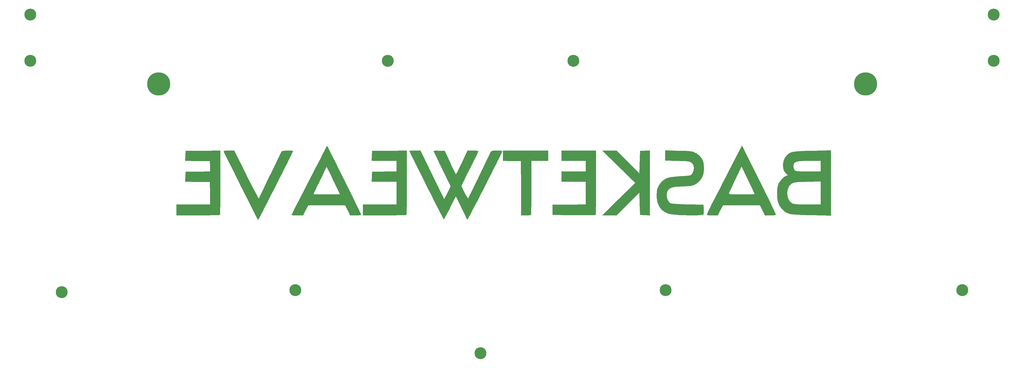
<source format=gbr>
%TF.GenerationSoftware,KiCad,Pcbnew,5.1.7-a382d34a8~88~ubuntu20.04.1*%
%TF.CreationDate,2021-03-29T21:26:23+02:00*%
%TF.ProjectId,basketweave_bottom,6261736b-6574-4776-9561-76655f626f74,rev?*%
%TF.SameCoordinates,Original*%
%TF.FileFunction,Soldermask,Bot*%
%TF.FilePolarity,Negative*%
%FSLAX46Y46*%
G04 Gerber Fmt 4.6, Leading zero omitted, Abs format (unit mm)*
G04 Created by KiCad (PCBNEW 5.1.7-a382d34a8~88~ubuntu20.04.1) date 2021-03-29 21:26:23*
%MOMM*%
%LPD*%
G01*
G04 APERTURE LIST*
%ADD10C,0.010000*%
%ADD11C,4.502000*%
%ADD12C,8.702000*%
G04 APERTURE END LIST*
D10*
G36*
X201819366Y-128344679D02*
G01*
X201170713Y-128453553D01*
X200839723Y-128617023D01*
X200838280Y-128619250D01*
X200686140Y-128913330D01*
X200340031Y-129613146D01*
X199825412Y-130666268D01*
X199167745Y-132020267D01*
X198392488Y-133622713D01*
X197525101Y-135421178D01*
X196591045Y-137363231D01*
X196490423Y-137572750D01*
X195552529Y-139520793D01*
X194679101Y-141325091D01*
X193895407Y-142934189D01*
X193226714Y-144296632D01*
X192698290Y-145360966D01*
X192335400Y-146075736D01*
X192163314Y-146389488D01*
X192156905Y-146397528D01*
X191978024Y-146262393D01*
X191635860Y-145751521D01*
X191182251Y-144949379D01*
X190747380Y-144100824D01*
X189524467Y-141615342D01*
X192726859Y-135214499D01*
X193556366Y-133547744D01*
X194306030Y-132024594D01*
X194946880Y-130705273D01*
X195449945Y-129650003D01*
X195786253Y-128919006D01*
X195926834Y-128572506D01*
X195929250Y-128557703D01*
X195691333Y-128429029D01*
X195040433Y-128339832D01*
X194070832Y-128302221D01*
X193936694Y-128301750D01*
X191944137Y-128301750D01*
X189824863Y-132876718D01*
X189170531Y-134260171D01*
X188578864Y-135456302D01*
X188084645Y-136399203D01*
X187722657Y-137022966D01*
X187527682Y-137261682D01*
X187512536Y-137258218D01*
X187349301Y-136976013D01*
X187011612Y-136307697D01*
X186536315Y-135329128D01*
X185960256Y-134116167D01*
X185321243Y-132746750D01*
X183323002Y-128428750D01*
X181244126Y-128354977D01*
X180289003Y-128336858D01*
X179565264Y-128353165D01*
X179191548Y-128400107D01*
X179165250Y-128421406D01*
X179272262Y-128676885D01*
X179574753Y-129330333D01*
X180044904Y-130323429D01*
X180654899Y-131597850D01*
X181376919Y-133095274D01*
X182183147Y-134757377D01*
X182388911Y-135180118D01*
X185612572Y-141798629D01*
X184381935Y-144257689D01*
X183151298Y-146716750D01*
X178631446Y-137509250D01*
X174111593Y-128301750D01*
X172066422Y-128301750D01*
X171119354Y-128316205D01*
X170404988Y-128354636D01*
X170043148Y-128409642D01*
X170021250Y-128428087D01*
X170131421Y-128687018D01*
X170445405Y-129346856D01*
X170938412Y-130358282D01*
X171585652Y-131671974D01*
X172362335Y-133238612D01*
X173243671Y-135008876D01*
X174204869Y-136933446D01*
X175221140Y-138963001D01*
X176267692Y-141048220D01*
X177319736Y-143139783D01*
X178352481Y-145188370D01*
X179341137Y-147144660D01*
X180260915Y-148959333D01*
X181087023Y-150583068D01*
X181794671Y-151966544D01*
X182359069Y-153060442D01*
X182755428Y-153815441D01*
X182958956Y-154182221D01*
X182980050Y-154209750D01*
X183129475Y-153993385D01*
X183465479Y-153391070D01*
X183950991Y-152472976D01*
X184548940Y-151309272D01*
X185222256Y-149970128D01*
X185261250Y-149891750D01*
X185937572Y-148545125D01*
X186540500Y-147370256D01*
X187032993Y-146437251D01*
X187378006Y-145816217D01*
X187538495Y-145577264D01*
X187541280Y-145576601D01*
X187686107Y-145795985D01*
X188008623Y-146404331D01*
X188472771Y-147329759D01*
X189042491Y-148500387D01*
X189675498Y-149831101D01*
X190317987Y-151187906D01*
X190892195Y-152385124D01*
X191361204Y-153347014D01*
X191688094Y-153997835D01*
X191834498Y-154260313D01*
X191975094Y-154073671D01*
X192323223Y-153473089D01*
X192857904Y-152498329D01*
X193558154Y-151189152D01*
X194402992Y-149585318D01*
X195371435Y-147726590D01*
X196442502Y-145652729D01*
X197595211Y-143403495D01*
X198469250Y-141687313D01*
X199670396Y-139320051D01*
X200802149Y-137084328D01*
X201843569Y-135021865D01*
X202773715Y-133174385D01*
X203571647Y-131583610D01*
X204216422Y-130291261D01*
X204687100Y-129339060D01*
X204962739Y-128768730D01*
X205028375Y-128619249D01*
X204848208Y-128455143D01*
X204300103Y-128345633D01*
X203521181Y-128290719D01*
X202648562Y-128290401D01*
X201819366Y-128344679D01*
G37*
X201819366Y-128344679D02*
X201170713Y-128453553D01*
X200839723Y-128617023D01*
X200838280Y-128619250D01*
X200686140Y-128913330D01*
X200340031Y-129613146D01*
X199825412Y-130666268D01*
X199167745Y-132020267D01*
X198392488Y-133622713D01*
X197525101Y-135421178D01*
X196591045Y-137363231D01*
X196490423Y-137572750D01*
X195552529Y-139520793D01*
X194679101Y-141325091D01*
X193895407Y-142934189D01*
X193226714Y-144296632D01*
X192698290Y-145360966D01*
X192335400Y-146075736D01*
X192163314Y-146389488D01*
X192156905Y-146397528D01*
X191978024Y-146262393D01*
X191635860Y-145751521D01*
X191182251Y-144949379D01*
X190747380Y-144100824D01*
X189524467Y-141615342D01*
X192726859Y-135214499D01*
X193556366Y-133547744D01*
X194306030Y-132024594D01*
X194946880Y-130705273D01*
X195449945Y-129650003D01*
X195786253Y-128919006D01*
X195926834Y-128572506D01*
X195929250Y-128557703D01*
X195691333Y-128429029D01*
X195040433Y-128339832D01*
X194070832Y-128302221D01*
X193936694Y-128301750D01*
X191944137Y-128301750D01*
X189824863Y-132876718D01*
X189170531Y-134260171D01*
X188578864Y-135456302D01*
X188084645Y-136399203D01*
X187722657Y-137022966D01*
X187527682Y-137261682D01*
X187512536Y-137258218D01*
X187349301Y-136976013D01*
X187011612Y-136307697D01*
X186536315Y-135329128D01*
X185960256Y-134116167D01*
X185321243Y-132746750D01*
X183323002Y-128428750D01*
X181244126Y-128354977D01*
X180289003Y-128336858D01*
X179565264Y-128353165D01*
X179191548Y-128400107D01*
X179165250Y-128421406D01*
X179272262Y-128676885D01*
X179574753Y-129330333D01*
X180044904Y-130323429D01*
X180654899Y-131597850D01*
X181376919Y-133095274D01*
X182183147Y-134757377D01*
X182388911Y-135180118D01*
X185612572Y-141798629D01*
X184381935Y-144257689D01*
X183151298Y-146716750D01*
X178631446Y-137509250D01*
X174111593Y-128301750D01*
X172066422Y-128301750D01*
X171119354Y-128316205D01*
X170404988Y-128354636D01*
X170043148Y-128409642D01*
X170021250Y-128428087D01*
X170131421Y-128687018D01*
X170445405Y-129346856D01*
X170938412Y-130358282D01*
X171585652Y-131671974D01*
X172362335Y-133238612D01*
X173243671Y-135008876D01*
X174204869Y-136933446D01*
X175221140Y-138963001D01*
X176267692Y-141048220D01*
X177319736Y-143139783D01*
X178352481Y-145188370D01*
X179341137Y-147144660D01*
X180260915Y-148959333D01*
X181087023Y-150583068D01*
X181794671Y-151966544D01*
X182359069Y-153060442D01*
X182755428Y-153815441D01*
X182958956Y-154182221D01*
X182980050Y-154209750D01*
X183129475Y-153993385D01*
X183465479Y-153391070D01*
X183950991Y-152472976D01*
X184548940Y-151309272D01*
X185222256Y-149970128D01*
X185261250Y-149891750D01*
X185937572Y-148545125D01*
X186540500Y-147370256D01*
X187032993Y-146437251D01*
X187378006Y-145816217D01*
X187538495Y-145577264D01*
X187541280Y-145576601D01*
X187686107Y-145795985D01*
X188008623Y-146404331D01*
X188472771Y-147329759D01*
X189042491Y-148500387D01*
X189675498Y-149831101D01*
X190317987Y-151187906D01*
X190892195Y-152385124D01*
X191361204Y-153347014D01*
X191688094Y-153997835D01*
X191834498Y-154260313D01*
X191975094Y-154073671D01*
X192323223Y-153473089D01*
X192857904Y-152498329D01*
X193558154Y-151189152D01*
X194402992Y-149585318D01*
X195371435Y-147726590D01*
X196442502Y-145652729D01*
X197595211Y-143403495D01*
X198469250Y-141687313D01*
X199670396Y-139320051D01*
X200802149Y-137084328D01*
X201843569Y-135021865D01*
X202773715Y-133174385D01*
X203571647Y-131583610D01*
X204216422Y-130291261D01*
X204687100Y-129339060D01*
X204962739Y-128768730D01*
X205028375Y-128619249D01*
X204848208Y-128455143D01*
X204300103Y-128345633D01*
X203521181Y-128290719D01*
X202648562Y-128290401D01*
X201819366Y-128344679D01*
G36*
X123555666Y-128323008D02*
G01*
X122727273Y-128395356D01*
X122103622Y-128501151D01*
X121835800Y-128619249D01*
X121674763Y-128913623D01*
X121321056Y-129614173D01*
X120800325Y-130668377D01*
X120138216Y-132023716D01*
X119360377Y-133627668D01*
X118492453Y-135427714D01*
X117560090Y-137371333D01*
X117463732Y-137572750D01*
X116529650Y-139521151D01*
X115660398Y-141325489D01*
X114881091Y-142934297D01*
X114216844Y-144296110D01*
X113692773Y-145359462D01*
X113333991Y-146072888D01*
X113165614Y-146384921D01*
X113159672Y-146392661D01*
X113012648Y-146213799D01*
X112665812Y-145626168D01*
X112143962Y-144676647D01*
X111471899Y-143412113D01*
X110674423Y-141879444D01*
X109776333Y-140125517D01*
X108802430Y-138197210D01*
X108422960Y-137439161D01*
X103859894Y-128301750D01*
X101869948Y-128301749D01*
X100812659Y-128325265D01*
X100198894Y-128402766D01*
X99966045Y-128544687D01*
X99964828Y-128619249D01*
X100090707Y-128897906D01*
X100418219Y-129575097D01*
X100922654Y-130601589D01*
X101579306Y-131928153D01*
X102363463Y-133505556D01*
X103250419Y-135284568D01*
X104215465Y-137215957D01*
X105233891Y-139250491D01*
X106280989Y-141338940D01*
X107332051Y-143432073D01*
X108362367Y-145480658D01*
X109347230Y-147435463D01*
X110261930Y-149247258D01*
X111081758Y-150866811D01*
X111782007Y-152244891D01*
X112337967Y-153332267D01*
X112724930Y-154079707D01*
X112918186Y-154437980D01*
X112935249Y-154462417D01*
X113058254Y-154242180D01*
X113389852Y-153608784D01*
X113909477Y-152602445D01*
X114596565Y-151263381D01*
X115430549Y-149631810D01*
X116390867Y-147747950D01*
X117456952Y-145652016D01*
X118608239Y-143384228D01*
X119538750Y-141548400D01*
X120741576Y-139170852D01*
X121872850Y-136929214D01*
X122912148Y-134864331D01*
X123839045Y-133017048D01*
X124633115Y-131428212D01*
X125273934Y-130138668D01*
X125741077Y-129189260D01*
X126014120Y-128620836D01*
X126079250Y-128468732D01*
X125850592Y-128356969D01*
X125259195Y-128298782D01*
X124446929Y-128289139D01*
X123555666Y-128323008D01*
G37*
X123555666Y-128323008D02*
X122727273Y-128395356D01*
X122103622Y-128501151D01*
X121835800Y-128619249D01*
X121674763Y-128913623D01*
X121321056Y-129614173D01*
X120800325Y-130668377D01*
X120138216Y-132023716D01*
X119360377Y-133627668D01*
X118492453Y-135427714D01*
X117560090Y-137371333D01*
X117463732Y-137572750D01*
X116529650Y-139521151D01*
X115660398Y-141325489D01*
X114881091Y-142934297D01*
X114216844Y-144296110D01*
X113692773Y-145359462D01*
X113333991Y-146072888D01*
X113165614Y-146384921D01*
X113159672Y-146392661D01*
X113012648Y-146213799D01*
X112665812Y-145626168D01*
X112143962Y-144676647D01*
X111471899Y-143412113D01*
X110674423Y-141879444D01*
X109776333Y-140125517D01*
X108802430Y-138197210D01*
X108422960Y-137439161D01*
X103859894Y-128301750D01*
X101869948Y-128301749D01*
X100812659Y-128325265D01*
X100198894Y-128402766D01*
X99966045Y-128544687D01*
X99964828Y-128619249D01*
X100090707Y-128897906D01*
X100418219Y-129575097D01*
X100922654Y-130601589D01*
X101579306Y-131928153D01*
X102363463Y-133505556D01*
X103250419Y-135284568D01*
X104215465Y-137215957D01*
X105233891Y-139250491D01*
X106280989Y-141338940D01*
X107332051Y-143432073D01*
X108362367Y-145480658D01*
X109347230Y-147435463D01*
X110261930Y-149247258D01*
X111081758Y-150866811D01*
X111782007Y-152244891D01*
X112337967Y-153332267D01*
X112724930Y-154079707D01*
X112918186Y-154437980D01*
X112935249Y-154462417D01*
X113058254Y-154242180D01*
X113389852Y-153608784D01*
X113909477Y-152602445D01*
X114596565Y-151263381D01*
X115430549Y-149631810D01*
X116390867Y-147747950D01*
X117456952Y-145652016D01*
X118608239Y-143384228D01*
X119538750Y-141548400D01*
X120741576Y-139170852D01*
X121872850Y-136929214D01*
X122912148Y-134864331D01*
X123839045Y-133017048D01*
X124633115Y-131428212D01*
X125273934Y-130138668D01*
X125741077Y-129189260D01*
X126014120Y-128620836D01*
X126079250Y-128468732D01*
X125850592Y-128356969D01*
X125259195Y-128298782D01*
X124446929Y-128289139D01*
X123555666Y-128323008D01*
G36*
X322230750Y-128367232D02*
G01*
X319967632Y-128408997D01*
X318149002Y-128460982D01*
X316711348Y-128533286D01*
X315591158Y-128636008D01*
X314724921Y-128779248D01*
X314049125Y-128973107D01*
X313500257Y-129227683D01*
X313014807Y-129553077D01*
X312597473Y-129899137D01*
X311702798Y-130897647D01*
X311187045Y-132045299D01*
X310995515Y-133473958D01*
X310991250Y-133771290D01*
X311067140Y-134945369D01*
X311347764Y-135839679D01*
X311912551Y-136666754D01*
X312189151Y-136976558D01*
X312816982Y-137650367D01*
X312268427Y-137824472D01*
X311493206Y-138245916D01*
X310642200Y-138977098D01*
X309865469Y-139872721D01*
X309405269Y-140596701D01*
X309088589Y-141391107D01*
X308884653Y-142395504D01*
X308766609Y-143748681D01*
X308756541Y-143949551D01*
X308760829Y-145914357D01*
X308998155Y-147511392D01*
X309497742Y-148838206D01*
X310288811Y-149992348D01*
X310698626Y-150432736D01*
X311268815Y-150973218D01*
X311827219Y-151410782D01*
X312434851Y-151757407D01*
X313152721Y-152025068D01*
X314041841Y-152225743D01*
X315163222Y-152371411D01*
X316577876Y-152474047D01*
X318346814Y-152545631D01*
X320531048Y-152598138D01*
X321849750Y-152621854D01*
X329025250Y-152742590D01*
X329025250Y-148621750D01*
X325215250Y-148621750D01*
X320237137Y-148621750D01*
X318440316Y-148614934D01*
X317074716Y-148590790D01*
X316063693Y-148543769D01*
X315330606Y-148468322D01*
X314798812Y-148358902D01*
X314391667Y-148209960D01*
X314362916Y-148196518D01*
X313499249Y-147526227D01*
X312905078Y-146538608D01*
X312582092Y-145348011D01*
X312531983Y-144068784D01*
X312756442Y-142815278D01*
X313257161Y-141701842D01*
X314035829Y-140842824D01*
X314251976Y-140694768D01*
X314602413Y-140497488D01*
X314979347Y-140349099D01*
X315461919Y-140240685D01*
X316129267Y-140163331D01*
X317060531Y-140108122D01*
X318334850Y-140066143D01*
X320031364Y-140028478D01*
X320195349Y-140025234D01*
X325215250Y-139926436D01*
X325215250Y-148621750D01*
X329025250Y-148621750D01*
X329025250Y-132111750D01*
X325215250Y-132111750D01*
X325215250Y-136175750D01*
X320516250Y-136175750D01*
X318850952Y-136172183D01*
X317617805Y-136156552D01*
X316740983Y-136121458D01*
X316144657Y-136059504D01*
X315753001Y-135963291D01*
X315490188Y-135825423D01*
X315309250Y-135667750D01*
X314913840Y-134957605D01*
X314811272Y-134051561D01*
X315025656Y-133184817D01*
X315049889Y-133137768D01*
X315346516Y-132780691D01*
X315843982Y-132511968D01*
X316603483Y-132321157D01*
X317686218Y-132197812D01*
X319153383Y-132131491D01*
X321062153Y-132111750D01*
X325215250Y-132111750D01*
X329025250Y-132111750D01*
X329025250Y-128258741D01*
X322230750Y-128367232D01*
G37*
X322230750Y-128367232D02*
X319967632Y-128408997D01*
X318149002Y-128460982D01*
X316711348Y-128533286D01*
X315591158Y-128636008D01*
X314724921Y-128779248D01*
X314049125Y-128973107D01*
X313500257Y-129227683D01*
X313014807Y-129553077D01*
X312597473Y-129899137D01*
X311702798Y-130897647D01*
X311187045Y-132045299D01*
X310995515Y-133473958D01*
X310991250Y-133771290D01*
X311067140Y-134945369D01*
X311347764Y-135839679D01*
X311912551Y-136666754D01*
X312189151Y-136976558D01*
X312816982Y-137650367D01*
X312268427Y-137824472D01*
X311493206Y-138245916D01*
X310642200Y-138977098D01*
X309865469Y-139872721D01*
X309405269Y-140596701D01*
X309088589Y-141391107D01*
X308884653Y-142395504D01*
X308766609Y-143748681D01*
X308756541Y-143949551D01*
X308760829Y-145914357D01*
X308998155Y-147511392D01*
X309497742Y-148838206D01*
X310288811Y-149992348D01*
X310698626Y-150432736D01*
X311268815Y-150973218D01*
X311827219Y-151410782D01*
X312434851Y-151757407D01*
X313152721Y-152025068D01*
X314041841Y-152225743D01*
X315163222Y-152371411D01*
X316577876Y-152474047D01*
X318346814Y-152545631D01*
X320531048Y-152598138D01*
X321849750Y-152621854D01*
X329025250Y-152742590D01*
X329025250Y-148621750D01*
X325215250Y-148621750D01*
X320237137Y-148621750D01*
X318440316Y-148614934D01*
X317074716Y-148590790D01*
X316063693Y-148543769D01*
X315330606Y-148468322D01*
X314798812Y-148358902D01*
X314391667Y-148209960D01*
X314362916Y-148196518D01*
X313499249Y-147526227D01*
X312905078Y-146538608D01*
X312582092Y-145348011D01*
X312531983Y-144068784D01*
X312756442Y-142815278D01*
X313257161Y-141701842D01*
X314035829Y-140842824D01*
X314251976Y-140694768D01*
X314602413Y-140497488D01*
X314979347Y-140349099D01*
X315461919Y-140240685D01*
X316129267Y-140163331D01*
X317060531Y-140108122D01*
X318334850Y-140066143D01*
X320031364Y-140028478D01*
X320195349Y-140025234D01*
X325215250Y-139926436D01*
X325215250Y-148621750D01*
X329025250Y-148621750D01*
X329025250Y-132111750D01*
X325215250Y-132111750D01*
X325215250Y-136175750D01*
X320516250Y-136175750D01*
X318850952Y-136172183D01*
X317617805Y-136156552D01*
X316740983Y-136121458D01*
X316144657Y-136059504D01*
X315753001Y-135963291D01*
X315490188Y-135825423D01*
X315309250Y-135667750D01*
X314913840Y-134957605D01*
X314811272Y-134051561D01*
X315025656Y-133184817D01*
X315049889Y-133137768D01*
X315346516Y-132780691D01*
X315843982Y-132511968D01*
X316603483Y-132321157D01*
X317686218Y-132197812D01*
X319153383Y-132131491D01*
X321062153Y-132111750D01*
X325215250Y-132111750D01*
X329025250Y-132111750D01*
X329025250Y-128258741D01*
X322230750Y-128367232D01*
G36*
X290573378Y-135937373D02*
G01*
X289444198Y-138132190D01*
X288315955Y-140325596D01*
X287225837Y-142445265D01*
X286211031Y-144418875D01*
X285308724Y-146174103D01*
X284556101Y-147638624D01*
X283990352Y-148740115D01*
X283892238Y-148931258D01*
X283285217Y-150138462D01*
X282784211Y-151182045D01*
X282425956Y-151981584D01*
X282247188Y-152456657D01*
X282238926Y-152550758D01*
X282539766Y-152614447D01*
X283215917Y-152661950D01*
X284134749Y-152684848D01*
X284365663Y-152685750D01*
X286357409Y-152685750D01*
X288242647Y-148875750D01*
X302243854Y-148875750D01*
X304129092Y-152685750D01*
X306163171Y-152685750D01*
X307234414Y-152663500D01*
X307875468Y-152588158D01*
X308162551Y-152446830D01*
X308197250Y-152341701D01*
X308086889Y-152056282D01*
X307769379Y-151358647D01*
X307265077Y-150290785D01*
X306594344Y-148894686D01*
X305777537Y-147212340D01*
X304835017Y-145285739D01*
X304558697Y-144724366D01*
X300323250Y-144724366D01*
X300082065Y-144751202D01*
X299409757Y-144774700D01*
X298383202Y-144793511D01*
X297079274Y-144806283D01*
X295574846Y-144811663D01*
X295353134Y-144811750D01*
X293650622Y-144810295D01*
X292392089Y-144801232D01*
X291513514Y-144777511D01*
X290950877Y-144732081D01*
X290640157Y-144657892D01*
X290517333Y-144547895D01*
X290518386Y-144395040D01*
X290550859Y-144282926D01*
X290708922Y-143900518D01*
X291053114Y-143138749D01*
X291547362Y-142075082D01*
X292155592Y-140786982D01*
X292841730Y-139351915D01*
X293005216Y-139012426D01*
X295291731Y-134270750D01*
X297807491Y-139453866D01*
X298528823Y-140943680D01*
X299169391Y-142273739D01*
X299697875Y-143378429D01*
X300082955Y-144192134D01*
X300293311Y-144649238D01*
X300323250Y-144724366D01*
X304558697Y-144724366D01*
X303787141Y-143156871D01*
X302654268Y-140867726D01*
X301831732Y-139212824D01*
X295466214Y-126427997D01*
X290573378Y-135937373D01*
G37*
X290573378Y-135937373D02*
X289444198Y-138132190D01*
X288315955Y-140325596D01*
X287225837Y-142445265D01*
X286211031Y-144418875D01*
X285308724Y-146174103D01*
X284556101Y-147638624D01*
X283990352Y-148740115D01*
X283892238Y-148931258D01*
X283285217Y-150138462D01*
X282784211Y-151182045D01*
X282425956Y-151981584D01*
X282247188Y-152456657D01*
X282238926Y-152550758D01*
X282539766Y-152614447D01*
X283215917Y-152661950D01*
X284134749Y-152684848D01*
X284365663Y-152685750D01*
X286357409Y-152685750D01*
X288242647Y-148875750D01*
X302243854Y-148875750D01*
X304129092Y-152685750D01*
X306163171Y-152685750D01*
X307234414Y-152663500D01*
X307875468Y-152588158D01*
X308162551Y-152446830D01*
X308197250Y-152341701D01*
X308086889Y-152056282D01*
X307769379Y-151358647D01*
X307265077Y-150290785D01*
X306594344Y-148894686D01*
X305777537Y-147212340D01*
X304835017Y-145285739D01*
X304558697Y-144724366D01*
X300323250Y-144724366D01*
X300082065Y-144751202D01*
X299409757Y-144774700D01*
X298383202Y-144793511D01*
X297079274Y-144806283D01*
X295574846Y-144811663D01*
X295353134Y-144811750D01*
X293650622Y-144810295D01*
X292392089Y-144801232D01*
X291513514Y-144777511D01*
X290950877Y-144732081D01*
X290640157Y-144657892D01*
X290517333Y-144547895D01*
X290518386Y-144395040D01*
X290550859Y-144282926D01*
X290708922Y-143900518D01*
X291053114Y-143138749D01*
X291547362Y-142075082D01*
X292155592Y-140786982D01*
X292841730Y-139351915D01*
X293005216Y-139012426D01*
X295291731Y-134270750D01*
X297807491Y-139453866D01*
X298528823Y-140943680D01*
X299169391Y-142273739D01*
X299697875Y-143378429D01*
X300082955Y-144192134D01*
X300293311Y-144649238D01*
X300323250Y-144724366D01*
X304558697Y-144724366D01*
X303787141Y-143156871D01*
X302654268Y-140867726D01*
X301831732Y-139212824D01*
X295466214Y-126427997D01*
X290573378Y-135937373D01*
G36*
X266541250Y-132062406D02*
G01*
X271094991Y-132150578D01*
X272744425Y-132187191D01*
X273966435Y-132230094D01*
X274841590Y-132288663D01*
X275450455Y-132372278D01*
X275873600Y-132490315D01*
X276191590Y-132652155D01*
X276349476Y-132762204D01*
X277067341Y-133587856D01*
X277391292Y-134619447D01*
X277314516Y-135733958D01*
X276830204Y-136808369D01*
X276590768Y-137120451D01*
X276334006Y-137396734D01*
X276057662Y-137592324D01*
X275669202Y-137726272D01*
X275076094Y-137817627D01*
X274185805Y-137885438D01*
X272905800Y-137948757D01*
X272474589Y-137967853D01*
X270473797Y-138092444D01*
X268890710Y-138286724D01*
X267636920Y-138576638D01*
X266624019Y-138988130D01*
X265763598Y-139547145D01*
X265116420Y-140127212D01*
X264111371Y-141438846D01*
X263503235Y-142988466D01*
X263277564Y-144823117D01*
X263313247Y-145997659D01*
X263639509Y-147906170D01*
X264318937Y-149461551D01*
X265378306Y-150699945D01*
X266844392Y-151657496D01*
X267811250Y-152069289D01*
X268454185Y-152221185D01*
X269454184Y-152355145D01*
X270728294Y-152469229D01*
X272193564Y-152561495D01*
X273767042Y-152630003D01*
X275365774Y-152672812D01*
X276906808Y-152687982D01*
X278307193Y-152673570D01*
X279483976Y-152627638D01*
X280354204Y-152548244D01*
X280834926Y-152433446D01*
X280900239Y-152375523D01*
X280964924Y-151934087D01*
X280987674Y-151164797D01*
X280968825Y-150372996D01*
X280892250Y-148748750D01*
X274923250Y-148621750D01*
X272721813Y-148563892D01*
X270999214Y-148493258D01*
X269726406Y-148407839D01*
X268874340Y-148305628D01*
X268413969Y-148184616D01*
X268385380Y-148169720D01*
X267667063Y-147478338D01*
X267209104Y-146417558D01*
X267049250Y-145082370D01*
X267113978Y-144176872D01*
X267363587Y-143524109D01*
X267747750Y-143024272D01*
X268310927Y-142524137D01*
X269019927Y-142169575D01*
X269962876Y-141939680D01*
X271227898Y-141813547D01*
X272903118Y-141770270D01*
X273035649Y-141769809D01*
X274953463Y-141697896D01*
X276475205Y-141473227D01*
X277697415Y-141067141D01*
X278716633Y-140450973D01*
X279343309Y-139897059D01*
X280248386Y-138734386D01*
X280815243Y-137356437D01*
X281072561Y-135677080D01*
X281093333Y-134641189D01*
X280892706Y-132813156D01*
X280336368Y-131330496D01*
X279399524Y-130153151D01*
X278057381Y-129241062D01*
X277623889Y-129035779D01*
X277116924Y-128832380D01*
X276593189Y-128679473D01*
X275965492Y-128567435D01*
X275146644Y-128486642D01*
X274049452Y-128427472D01*
X272586728Y-128380300D01*
X271430750Y-128352241D01*
X266541250Y-128241538D01*
X266541250Y-132062406D01*
G37*
X266541250Y-132062406D02*
X271094991Y-132150578D01*
X272744425Y-132187191D01*
X273966435Y-132230094D01*
X274841590Y-132288663D01*
X275450455Y-132372278D01*
X275873600Y-132490315D01*
X276191590Y-132652155D01*
X276349476Y-132762204D01*
X277067341Y-133587856D01*
X277391292Y-134619447D01*
X277314516Y-135733958D01*
X276830204Y-136808369D01*
X276590768Y-137120451D01*
X276334006Y-137396734D01*
X276057662Y-137592324D01*
X275669202Y-137726272D01*
X275076094Y-137817627D01*
X274185805Y-137885438D01*
X272905800Y-137948757D01*
X272474589Y-137967853D01*
X270473797Y-138092444D01*
X268890710Y-138286724D01*
X267636920Y-138576638D01*
X266624019Y-138988130D01*
X265763598Y-139547145D01*
X265116420Y-140127212D01*
X264111371Y-141438846D01*
X263503235Y-142988466D01*
X263277564Y-144823117D01*
X263313247Y-145997659D01*
X263639509Y-147906170D01*
X264318937Y-149461551D01*
X265378306Y-150699945D01*
X266844392Y-151657496D01*
X267811250Y-152069289D01*
X268454185Y-152221185D01*
X269454184Y-152355145D01*
X270728294Y-152469229D01*
X272193564Y-152561495D01*
X273767042Y-152630003D01*
X275365774Y-152672812D01*
X276906808Y-152687982D01*
X278307193Y-152673570D01*
X279483976Y-152627638D01*
X280354204Y-152548244D01*
X280834926Y-152433446D01*
X280900239Y-152375523D01*
X280964924Y-151934087D01*
X280987674Y-151164797D01*
X280968825Y-150372996D01*
X280892250Y-148748750D01*
X274923250Y-148621750D01*
X272721813Y-148563892D01*
X270999214Y-148493258D01*
X269726406Y-148407839D01*
X268874340Y-148305628D01*
X268413969Y-148184616D01*
X268385380Y-148169720D01*
X267667063Y-147478338D01*
X267209104Y-146417558D01*
X267049250Y-145082370D01*
X267113978Y-144176872D01*
X267363587Y-143524109D01*
X267747750Y-143024272D01*
X268310927Y-142524137D01*
X269019927Y-142169575D01*
X269962876Y-141939680D01*
X271227898Y-141813547D01*
X272903118Y-141770270D01*
X273035649Y-141769809D01*
X274953463Y-141697896D01*
X276475205Y-141473227D01*
X277697415Y-141067141D01*
X278716633Y-140450973D01*
X279343309Y-139897059D01*
X280248386Y-138734386D01*
X280815243Y-137356437D01*
X281072561Y-135677080D01*
X281093333Y-134641189D01*
X280892706Y-132813156D01*
X280336368Y-131330496D01*
X279399524Y-130153151D01*
X278057381Y-129241062D01*
X277623889Y-129035779D01*
X277116924Y-128832380D01*
X276593189Y-128679473D01*
X275965492Y-128567435D01*
X275146644Y-128486642D01*
X274049452Y-128427472D01*
X272586728Y-128380300D01*
X271430750Y-128352241D01*
X266541250Y-128241538D01*
X266541250Y-132062406D01*
G36*
X257016250Y-128428750D02*
G01*
X256762250Y-136944932D01*
X252447053Y-132623341D01*
X248131855Y-128301749D01*
X245462053Y-128315050D01*
X242792250Y-128328350D01*
X255238250Y-140505814D01*
X249015250Y-146583645D01*
X242792250Y-152661475D01*
X245462053Y-152673612D01*
X248131855Y-152685750D01*
X252447053Y-148364158D01*
X256762250Y-144042567D01*
X256889250Y-148300658D01*
X257016250Y-152558750D01*
X258857750Y-152633377D01*
X260699250Y-152708005D01*
X260699250Y-128279494D01*
X257016250Y-128428750D01*
G37*
X257016250Y-128428750D02*
X256762250Y-136944932D01*
X252447053Y-132623341D01*
X248131855Y-128301749D01*
X245462053Y-128315050D01*
X242792250Y-128328350D01*
X255238250Y-140505814D01*
X249015250Y-146583645D01*
X242792250Y-152661475D01*
X245462053Y-152673612D01*
X248131855Y-152685750D01*
X252447053Y-148364158D01*
X256762250Y-144042567D01*
X256889250Y-148300658D01*
X257016250Y-152558750D01*
X258857750Y-152633377D01*
X260699250Y-152708005D01*
X260699250Y-128279494D01*
X257016250Y-128428750D01*
G36*
X227425250Y-132111750D02*
G01*
X236569250Y-132111750D01*
X236569250Y-136175750D01*
X227425250Y-136175750D01*
X227425250Y-139985750D01*
X236569250Y-139985750D01*
X236569250Y-148612875D01*
X230282750Y-148680812D01*
X223996250Y-148748750D01*
X223996250Y-152558750D01*
X232014912Y-152625755D01*
X233984785Y-152636890D01*
X235789971Y-152636880D01*
X237368204Y-152626530D01*
X238657219Y-152606643D01*
X239594748Y-152578026D01*
X240118527Y-152541481D01*
X240206412Y-152519922D01*
X240241211Y-152238587D01*
X240273669Y-151499633D01*
X240303071Y-150353440D01*
X240328703Y-148850386D01*
X240349850Y-147040851D01*
X240365800Y-144975213D01*
X240375838Y-142703851D01*
X240379250Y-140324416D01*
X240379250Y-128301750D01*
X227425250Y-128301750D01*
X227425250Y-132111750D01*
G37*
X227425250Y-132111750D02*
X236569250Y-132111750D01*
X236569250Y-136175750D01*
X227425250Y-136175750D01*
X227425250Y-139985750D01*
X236569250Y-139985750D01*
X236569250Y-148612875D01*
X230282750Y-148680812D01*
X223996250Y-148748750D01*
X223996250Y-152558750D01*
X232014912Y-152625755D01*
X233984785Y-152636890D01*
X235789971Y-152636880D01*
X237368204Y-152626530D01*
X238657219Y-152606643D01*
X239594748Y-152578026D01*
X240118527Y-152541481D01*
X240206412Y-152519922D01*
X240241211Y-152238587D01*
X240273669Y-151499633D01*
X240303071Y-150353440D01*
X240328703Y-148850386D01*
X240349850Y-147040851D01*
X240365800Y-144975213D01*
X240375838Y-142703851D01*
X240379250Y-140324416D01*
X240379250Y-128301750D01*
X227425250Y-128301750D01*
X227425250Y-132111750D01*
G36*
X205327250Y-132097005D02*
G01*
X208692750Y-132167877D01*
X212058250Y-132238750D01*
X212124632Y-142462250D01*
X212191013Y-152685750D01*
X213923799Y-152685750D01*
X214819276Y-152662574D01*
X215502470Y-152601809D01*
X215825732Y-152516601D01*
X215825917Y-152516416D01*
X215862990Y-152233427D01*
X215897259Y-151497531D01*
X215927818Y-150363814D01*
X215953761Y-148887367D01*
X215974180Y-147123276D01*
X215988169Y-145126631D01*
X215994820Y-142952520D01*
X215995250Y-142229416D01*
X215995250Y-132111750D01*
X222345250Y-132111750D01*
X222345250Y-128301750D01*
X205327250Y-128301750D01*
X205327250Y-132097005D01*
G37*
X205327250Y-132097005D02*
X208692750Y-132167877D01*
X212058250Y-132238750D01*
X212124632Y-142462250D01*
X212191013Y-152685750D01*
X213923799Y-152685750D01*
X214819276Y-152662574D01*
X215502470Y-152601809D01*
X215825732Y-152516601D01*
X215825917Y-152516416D01*
X215862990Y-152233427D01*
X215897259Y-151497531D01*
X215927818Y-150363814D01*
X215953761Y-148887367D01*
X215974180Y-147123276D01*
X215988169Y-145126631D01*
X215994820Y-142952520D01*
X215995250Y-142229416D01*
X215995250Y-132111750D01*
X222345250Y-132111750D01*
X222345250Y-128301750D01*
X205327250Y-128301750D01*
X205327250Y-132097005D01*
G36*
X162464750Y-128360961D02*
G01*
X155924250Y-128428750D01*
X155849623Y-130270249D01*
X155774995Y-132111749D01*
X160485123Y-132111749D01*
X165195250Y-132111750D01*
X165195250Y-136164290D01*
X155924250Y-136302750D01*
X155849623Y-138144250D01*
X155774995Y-139985750D01*
X165195250Y-139985750D01*
X165195250Y-148621750D01*
X152495250Y-148621750D01*
X152495250Y-152685750D01*
X160580917Y-152685750D01*
X162559096Y-152680617D01*
X164372582Y-152666068D01*
X165959413Y-152643372D01*
X167257622Y-152613801D01*
X168205245Y-152578626D01*
X168740318Y-152539117D01*
X168835917Y-152516416D01*
X168870004Y-152235808D01*
X168901798Y-151497553D01*
X168930599Y-150352001D01*
X168955708Y-148849502D01*
X168976427Y-147040407D01*
X168992057Y-144975065D01*
X169001897Y-142703827D01*
X169005250Y-140320128D01*
X169005250Y-128293173D01*
X162464750Y-128360961D01*
G37*
X162464750Y-128360961D02*
X155924250Y-128428750D01*
X155849623Y-130270249D01*
X155774995Y-132111749D01*
X160485123Y-132111749D01*
X165195250Y-132111750D01*
X165195250Y-136164290D01*
X155924250Y-136302750D01*
X155849623Y-138144250D01*
X155774995Y-139985750D01*
X165195250Y-139985750D01*
X165195250Y-148621750D01*
X152495250Y-148621750D01*
X152495250Y-152685750D01*
X160580917Y-152685750D01*
X162559096Y-152680617D01*
X164372582Y-152666068D01*
X165959413Y-152643372D01*
X167257622Y-152613801D01*
X168205245Y-152578626D01*
X168740318Y-152539117D01*
X168835917Y-152516416D01*
X168870004Y-152235808D01*
X168901798Y-151497553D01*
X168930599Y-150352001D01*
X168955708Y-148849502D01*
X168976427Y-147040407D01*
X168992057Y-144975065D01*
X169001897Y-142703827D01*
X169005250Y-140320128D01*
X169005250Y-128293173D01*
X162464750Y-128360961D01*
G36*
X138779567Y-126814583D02*
G01*
X138438207Y-127462627D01*
X137916917Y-128463215D01*
X137240826Y-129767417D01*
X136435060Y-131326301D01*
X135524746Y-133090937D01*
X134535012Y-135012394D01*
X133490985Y-137041742D01*
X132417791Y-139130049D01*
X131340559Y-141228385D01*
X130284415Y-143287818D01*
X129274487Y-145259419D01*
X128335901Y-147094256D01*
X127493785Y-148743398D01*
X126773267Y-150157915D01*
X126199473Y-151288876D01*
X125797530Y-152087350D01*
X125592566Y-152504406D01*
X125571250Y-152554312D01*
X125805800Y-152613685D01*
X126431735Y-152659104D01*
X127332492Y-152683479D01*
X127732330Y-152685750D01*
X129893409Y-152685750D01*
X131778647Y-148875750D01*
X145779854Y-148875750D01*
X147665092Y-152685750D01*
X149699171Y-152685750D01*
X150643328Y-152660931D01*
X151354509Y-152594973D01*
X151712600Y-152500619D01*
X151733250Y-152469930D01*
X151624866Y-152206372D01*
X151315925Y-151542632D01*
X150830748Y-150527856D01*
X150193655Y-149211192D01*
X149428965Y-147641785D01*
X148560998Y-145868783D01*
X148041697Y-144811750D01*
X143842612Y-144811750D01*
X133722621Y-144811750D01*
X135895689Y-140303250D01*
X136584018Y-138866527D01*
X137209188Y-137545435D01*
X137732157Y-136423765D01*
X138113883Y-135585309D01*
X138315323Y-135113858D01*
X138321851Y-135096250D01*
X138552482Y-134598280D01*
X138740598Y-134400067D01*
X138840225Y-134497262D01*
X139031988Y-134811583D01*
X139334022Y-135379633D01*
X139764463Y-136238014D01*
X140341446Y-137423331D01*
X141083105Y-138972185D01*
X142007577Y-140921181D01*
X142735052Y-142462250D01*
X143842612Y-144811750D01*
X148041697Y-144811750D01*
X147614075Y-143941332D01*
X146612514Y-141908578D01*
X145580637Y-139819668D01*
X144542762Y-137723750D01*
X143523210Y-135669969D01*
X142546300Y-133707472D01*
X141636352Y-131885405D01*
X140817687Y-130252916D01*
X140114624Y-128859151D01*
X139551483Y-127753257D01*
X139152583Y-126984379D01*
X138942245Y-126601666D01*
X138915870Y-126568014D01*
X138779567Y-126814583D01*
G37*
X138779567Y-126814583D02*
X138438207Y-127462627D01*
X137916917Y-128463215D01*
X137240826Y-129767417D01*
X136435060Y-131326301D01*
X135524746Y-133090937D01*
X134535012Y-135012394D01*
X133490985Y-137041742D01*
X132417791Y-139130049D01*
X131340559Y-141228385D01*
X130284415Y-143287818D01*
X129274487Y-145259419D01*
X128335901Y-147094256D01*
X127493785Y-148743398D01*
X126773267Y-150157915D01*
X126199473Y-151288876D01*
X125797530Y-152087350D01*
X125592566Y-152504406D01*
X125571250Y-152554312D01*
X125805800Y-152613685D01*
X126431735Y-152659104D01*
X127332492Y-152683479D01*
X127732330Y-152685750D01*
X129893409Y-152685750D01*
X131778647Y-148875750D01*
X145779854Y-148875750D01*
X147665092Y-152685750D01*
X149699171Y-152685750D01*
X150643328Y-152660931D01*
X151354509Y-152594973D01*
X151712600Y-152500619D01*
X151733250Y-152469930D01*
X151624866Y-152206372D01*
X151315925Y-151542632D01*
X150830748Y-150527856D01*
X150193655Y-149211192D01*
X149428965Y-147641785D01*
X148560998Y-145868783D01*
X148041697Y-144811750D01*
X143842612Y-144811750D01*
X133722621Y-144811750D01*
X135895689Y-140303250D01*
X136584018Y-138866527D01*
X137209188Y-137545435D01*
X137732157Y-136423765D01*
X138113883Y-135585309D01*
X138315323Y-135113858D01*
X138321851Y-135096250D01*
X138552482Y-134598280D01*
X138740598Y-134400067D01*
X138840225Y-134497262D01*
X139031988Y-134811583D01*
X139334022Y-135379633D01*
X139764463Y-136238014D01*
X140341446Y-137423331D01*
X141083105Y-138972185D01*
X142007577Y-140921181D01*
X142735052Y-142462250D01*
X143842612Y-144811750D01*
X148041697Y-144811750D01*
X147614075Y-143941332D01*
X146612514Y-141908578D01*
X145580637Y-139819668D01*
X144542762Y-137723750D01*
X143523210Y-135669969D01*
X142546300Y-133707472D01*
X141636352Y-131885405D01*
X140817687Y-130252916D01*
X140114624Y-128859151D01*
X139551483Y-127753257D01*
X139152583Y-126984379D01*
X138942245Y-126601666D01*
X138915870Y-126568014D01*
X138779567Y-126814583D01*
G36*
X92106750Y-128360961D02*
G01*
X85566250Y-128428750D01*
X85491739Y-130264477D01*
X85417228Y-132100205D01*
X90063739Y-132169477D01*
X94710250Y-132238750D01*
X94784331Y-134201479D01*
X94858411Y-136164208D01*
X90212331Y-136233479D01*
X85566250Y-136302750D01*
X85491739Y-138138477D01*
X85417228Y-139974205D01*
X90063739Y-140043477D01*
X94710250Y-140112750D01*
X94779892Y-144367250D01*
X94849533Y-148621750D01*
X82137250Y-148621750D01*
X82137250Y-152685750D01*
X90222917Y-152685750D01*
X92201096Y-152680617D01*
X94014582Y-152666068D01*
X95601413Y-152643372D01*
X96899622Y-152613801D01*
X97847245Y-152578626D01*
X98382318Y-152539117D01*
X98477917Y-152516416D01*
X98512004Y-152235808D01*
X98543798Y-151497553D01*
X98572599Y-150352001D01*
X98597708Y-148849502D01*
X98618427Y-147040407D01*
X98634057Y-144975065D01*
X98643897Y-142703827D01*
X98647250Y-140320128D01*
X98647250Y-128293173D01*
X92106750Y-128360961D01*
G37*
X92106750Y-128360961D02*
X85566250Y-128428750D01*
X85491739Y-130264477D01*
X85417228Y-132100205D01*
X90063739Y-132169477D01*
X94710250Y-132238750D01*
X94784331Y-134201479D01*
X94858411Y-136164208D01*
X90212331Y-136233479D01*
X85566250Y-136302750D01*
X85491739Y-138138477D01*
X85417228Y-139974205D01*
X90063739Y-140043477D01*
X94710250Y-140112750D01*
X94779892Y-144367250D01*
X94849533Y-148621750D01*
X82137250Y-148621750D01*
X82137250Y-152685750D01*
X90222917Y-152685750D01*
X92201096Y-152680617D01*
X94014582Y-152666068D01*
X95601413Y-152643372D01*
X96899622Y-152613801D01*
X97847245Y-152578626D01*
X98382318Y-152539117D01*
X98477917Y-152516416D01*
X98512004Y-152235808D01*
X98543798Y-151497553D01*
X98572599Y-150352001D01*
X98597708Y-148849502D01*
X98618427Y-147040407D01*
X98634057Y-144975065D01*
X98643897Y-142703827D01*
X98647250Y-140320128D01*
X98647250Y-128293173D01*
X92106750Y-128360961D01*
G36*
X201819366Y-128344679D02*
G01*
X201170713Y-128453553D01*
X200839723Y-128617023D01*
X200838280Y-128619250D01*
X200686140Y-128913330D01*
X200340031Y-129613146D01*
X199825412Y-130666268D01*
X199167745Y-132020267D01*
X198392488Y-133622713D01*
X197525101Y-135421178D01*
X196591045Y-137363231D01*
X196490423Y-137572750D01*
X195552529Y-139520793D01*
X194679101Y-141325091D01*
X193895407Y-142934189D01*
X193226714Y-144296632D01*
X192698290Y-145360966D01*
X192335400Y-146075736D01*
X192163314Y-146389488D01*
X192156905Y-146397528D01*
X191978024Y-146262393D01*
X191635860Y-145751521D01*
X191182251Y-144949379D01*
X190747380Y-144100824D01*
X189524467Y-141615342D01*
X192726859Y-135214499D01*
X193556366Y-133547744D01*
X194306030Y-132024594D01*
X194946880Y-130705273D01*
X195449945Y-129650003D01*
X195786253Y-128919006D01*
X195926834Y-128572506D01*
X195929250Y-128557703D01*
X195691333Y-128429029D01*
X195040433Y-128339832D01*
X194070832Y-128302221D01*
X193936694Y-128301750D01*
X191944137Y-128301750D01*
X189824863Y-132876718D01*
X189170531Y-134260171D01*
X188578864Y-135456302D01*
X188084645Y-136399203D01*
X187722657Y-137022966D01*
X187527682Y-137261682D01*
X187512536Y-137258218D01*
X187349301Y-136976013D01*
X187011612Y-136307697D01*
X186536315Y-135329128D01*
X185960256Y-134116167D01*
X185321243Y-132746750D01*
X183323002Y-128428750D01*
X181244126Y-128354977D01*
X180289003Y-128336858D01*
X179565264Y-128353165D01*
X179191548Y-128400107D01*
X179165250Y-128421406D01*
X179272262Y-128676885D01*
X179574753Y-129330333D01*
X180044904Y-130323429D01*
X180654899Y-131597850D01*
X181376919Y-133095274D01*
X182183147Y-134757377D01*
X182388911Y-135180118D01*
X185612572Y-141798629D01*
X184381935Y-144257689D01*
X183151298Y-146716750D01*
X178631446Y-137509250D01*
X174111593Y-128301750D01*
X172066422Y-128301750D01*
X171119354Y-128316205D01*
X170404988Y-128354636D01*
X170043148Y-128409642D01*
X170021250Y-128428087D01*
X170131421Y-128687018D01*
X170445405Y-129346856D01*
X170938412Y-130358282D01*
X171585652Y-131671974D01*
X172362335Y-133238612D01*
X173243671Y-135008876D01*
X174204869Y-136933446D01*
X175221140Y-138963001D01*
X176267692Y-141048220D01*
X177319736Y-143139783D01*
X178352481Y-145188370D01*
X179341137Y-147144660D01*
X180260915Y-148959333D01*
X181087023Y-150583068D01*
X181794671Y-151966544D01*
X182359069Y-153060442D01*
X182755428Y-153815441D01*
X182958956Y-154182221D01*
X182980050Y-154209750D01*
X183129475Y-153993385D01*
X183465479Y-153391070D01*
X183950991Y-152472976D01*
X184548940Y-151309272D01*
X185222256Y-149970128D01*
X185261250Y-149891750D01*
X185937572Y-148545125D01*
X186540500Y-147370256D01*
X187032993Y-146437251D01*
X187378006Y-145816217D01*
X187538495Y-145577264D01*
X187541280Y-145576601D01*
X187686107Y-145795985D01*
X188008623Y-146404331D01*
X188472771Y-147329759D01*
X189042491Y-148500387D01*
X189675498Y-149831101D01*
X190317987Y-151187906D01*
X190892195Y-152385124D01*
X191361204Y-153347014D01*
X191688094Y-153997835D01*
X191834498Y-154260313D01*
X191975094Y-154073671D01*
X192323223Y-153473089D01*
X192857904Y-152498329D01*
X193558154Y-151189152D01*
X194402992Y-149585318D01*
X195371435Y-147726590D01*
X196442502Y-145652729D01*
X197595211Y-143403495D01*
X198469250Y-141687313D01*
X199670396Y-139320051D01*
X200802149Y-137084328D01*
X201843569Y-135021865D01*
X202773715Y-133174385D01*
X203571647Y-131583610D01*
X204216422Y-130291261D01*
X204687100Y-129339060D01*
X204962739Y-128768730D01*
X205028375Y-128619249D01*
X204848208Y-128455143D01*
X204300103Y-128345633D01*
X203521181Y-128290719D01*
X202648562Y-128290401D01*
X201819366Y-128344679D01*
G37*
X201819366Y-128344679D02*
X201170713Y-128453553D01*
X200839723Y-128617023D01*
X200838280Y-128619250D01*
X200686140Y-128913330D01*
X200340031Y-129613146D01*
X199825412Y-130666268D01*
X199167745Y-132020267D01*
X198392488Y-133622713D01*
X197525101Y-135421178D01*
X196591045Y-137363231D01*
X196490423Y-137572750D01*
X195552529Y-139520793D01*
X194679101Y-141325091D01*
X193895407Y-142934189D01*
X193226714Y-144296632D01*
X192698290Y-145360966D01*
X192335400Y-146075736D01*
X192163314Y-146389488D01*
X192156905Y-146397528D01*
X191978024Y-146262393D01*
X191635860Y-145751521D01*
X191182251Y-144949379D01*
X190747380Y-144100824D01*
X189524467Y-141615342D01*
X192726859Y-135214499D01*
X193556366Y-133547744D01*
X194306030Y-132024594D01*
X194946880Y-130705273D01*
X195449945Y-129650003D01*
X195786253Y-128919006D01*
X195926834Y-128572506D01*
X195929250Y-128557703D01*
X195691333Y-128429029D01*
X195040433Y-128339832D01*
X194070832Y-128302221D01*
X193936694Y-128301750D01*
X191944137Y-128301750D01*
X189824863Y-132876718D01*
X189170531Y-134260171D01*
X188578864Y-135456302D01*
X188084645Y-136399203D01*
X187722657Y-137022966D01*
X187527682Y-137261682D01*
X187512536Y-137258218D01*
X187349301Y-136976013D01*
X187011612Y-136307697D01*
X186536315Y-135329128D01*
X185960256Y-134116167D01*
X185321243Y-132746750D01*
X183323002Y-128428750D01*
X181244126Y-128354977D01*
X180289003Y-128336858D01*
X179565264Y-128353165D01*
X179191548Y-128400107D01*
X179165250Y-128421406D01*
X179272262Y-128676885D01*
X179574753Y-129330333D01*
X180044904Y-130323429D01*
X180654899Y-131597850D01*
X181376919Y-133095274D01*
X182183147Y-134757377D01*
X182388911Y-135180118D01*
X185612572Y-141798629D01*
X184381935Y-144257689D01*
X183151298Y-146716750D01*
X178631446Y-137509250D01*
X174111593Y-128301750D01*
X172066422Y-128301750D01*
X171119354Y-128316205D01*
X170404988Y-128354636D01*
X170043148Y-128409642D01*
X170021250Y-128428087D01*
X170131421Y-128687018D01*
X170445405Y-129346856D01*
X170938412Y-130358282D01*
X171585652Y-131671974D01*
X172362335Y-133238612D01*
X173243671Y-135008876D01*
X174204869Y-136933446D01*
X175221140Y-138963001D01*
X176267692Y-141048220D01*
X177319736Y-143139783D01*
X178352481Y-145188370D01*
X179341137Y-147144660D01*
X180260915Y-148959333D01*
X181087023Y-150583068D01*
X181794671Y-151966544D01*
X182359069Y-153060442D01*
X182755428Y-153815441D01*
X182958956Y-154182221D01*
X182980050Y-154209750D01*
X183129475Y-153993385D01*
X183465479Y-153391070D01*
X183950991Y-152472976D01*
X184548940Y-151309272D01*
X185222256Y-149970128D01*
X185261250Y-149891750D01*
X185937572Y-148545125D01*
X186540500Y-147370256D01*
X187032993Y-146437251D01*
X187378006Y-145816217D01*
X187538495Y-145577264D01*
X187541280Y-145576601D01*
X187686107Y-145795985D01*
X188008623Y-146404331D01*
X188472771Y-147329759D01*
X189042491Y-148500387D01*
X189675498Y-149831101D01*
X190317987Y-151187906D01*
X190892195Y-152385124D01*
X191361204Y-153347014D01*
X191688094Y-153997835D01*
X191834498Y-154260313D01*
X191975094Y-154073671D01*
X192323223Y-153473089D01*
X192857904Y-152498329D01*
X193558154Y-151189152D01*
X194402992Y-149585318D01*
X195371435Y-147726590D01*
X196442502Y-145652729D01*
X197595211Y-143403495D01*
X198469250Y-141687313D01*
X199670396Y-139320051D01*
X200802149Y-137084328D01*
X201843569Y-135021865D01*
X202773715Y-133174385D01*
X203571647Y-131583610D01*
X204216422Y-130291261D01*
X204687100Y-129339060D01*
X204962739Y-128768730D01*
X205028375Y-128619249D01*
X204848208Y-128455143D01*
X204300103Y-128345633D01*
X203521181Y-128290719D01*
X202648562Y-128290401D01*
X201819366Y-128344679D01*
G36*
X123555666Y-128323008D02*
G01*
X122727273Y-128395356D01*
X122103622Y-128501151D01*
X121835800Y-128619249D01*
X121674763Y-128913623D01*
X121321056Y-129614173D01*
X120800325Y-130668377D01*
X120138216Y-132023716D01*
X119360377Y-133627668D01*
X118492453Y-135427714D01*
X117560090Y-137371333D01*
X117463732Y-137572750D01*
X116529650Y-139521151D01*
X115660398Y-141325489D01*
X114881091Y-142934297D01*
X114216844Y-144296110D01*
X113692773Y-145359462D01*
X113333991Y-146072888D01*
X113165614Y-146384921D01*
X113159672Y-146392661D01*
X113012648Y-146213799D01*
X112665812Y-145626168D01*
X112143962Y-144676647D01*
X111471899Y-143412113D01*
X110674423Y-141879444D01*
X109776333Y-140125517D01*
X108802430Y-138197210D01*
X108422960Y-137439161D01*
X103859894Y-128301750D01*
X101869948Y-128301749D01*
X100812659Y-128325265D01*
X100198894Y-128402766D01*
X99966045Y-128544687D01*
X99964828Y-128619249D01*
X100090707Y-128897906D01*
X100418219Y-129575097D01*
X100922654Y-130601589D01*
X101579306Y-131928153D01*
X102363463Y-133505556D01*
X103250419Y-135284568D01*
X104215465Y-137215957D01*
X105233891Y-139250491D01*
X106280989Y-141338940D01*
X107332051Y-143432073D01*
X108362367Y-145480658D01*
X109347230Y-147435463D01*
X110261930Y-149247258D01*
X111081758Y-150866811D01*
X111782007Y-152244891D01*
X112337967Y-153332267D01*
X112724930Y-154079707D01*
X112918186Y-154437980D01*
X112935249Y-154462417D01*
X113058254Y-154242180D01*
X113389852Y-153608784D01*
X113909477Y-152602445D01*
X114596565Y-151263381D01*
X115430549Y-149631810D01*
X116390867Y-147747950D01*
X117456952Y-145652016D01*
X118608239Y-143384228D01*
X119538750Y-141548400D01*
X120741576Y-139170852D01*
X121872850Y-136929214D01*
X122912148Y-134864331D01*
X123839045Y-133017048D01*
X124633115Y-131428212D01*
X125273934Y-130138668D01*
X125741077Y-129189260D01*
X126014120Y-128620836D01*
X126079250Y-128468732D01*
X125850592Y-128356969D01*
X125259195Y-128298782D01*
X124446929Y-128289139D01*
X123555666Y-128323008D01*
G37*
X123555666Y-128323008D02*
X122727273Y-128395356D01*
X122103622Y-128501151D01*
X121835800Y-128619249D01*
X121674763Y-128913623D01*
X121321056Y-129614173D01*
X120800325Y-130668377D01*
X120138216Y-132023716D01*
X119360377Y-133627668D01*
X118492453Y-135427714D01*
X117560090Y-137371333D01*
X117463732Y-137572750D01*
X116529650Y-139521151D01*
X115660398Y-141325489D01*
X114881091Y-142934297D01*
X114216844Y-144296110D01*
X113692773Y-145359462D01*
X113333991Y-146072888D01*
X113165614Y-146384921D01*
X113159672Y-146392661D01*
X113012648Y-146213799D01*
X112665812Y-145626168D01*
X112143962Y-144676647D01*
X111471899Y-143412113D01*
X110674423Y-141879444D01*
X109776333Y-140125517D01*
X108802430Y-138197210D01*
X108422960Y-137439161D01*
X103859894Y-128301750D01*
X101869948Y-128301749D01*
X100812659Y-128325265D01*
X100198894Y-128402766D01*
X99966045Y-128544687D01*
X99964828Y-128619249D01*
X100090707Y-128897906D01*
X100418219Y-129575097D01*
X100922654Y-130601589D01*
X101579306Y-131928153D01*
X102363463Y-133505556D01*
X103250419Y-135284568D01*
X104215465Y-137215957D01*
X105233891Y-139250491D01*
X106280989Y-141338940D01*
X107332051Y-143432073D01*
X108362367Y-145480658D01*
X109347230Y-147435463D01*
X110261930Y-149247258D01*
X111081758Y-150866811D01*
X111782007Y-152244891D01*
X112337967Y-153332267D01*
X112724930Y-154079707D01*
X112918186Y-154437980D01*
X112935249Y-154462417D01*
X113058254Y-154242180D01*
X113389852Y-153608784D01*
X113909477Y-152602445D01*
X114596565Y-151263381D01*
X115430549Y-149631810D01*
X116390867Y-147747950D01*
X117456952Y-145652016D01*
X118608239Y-143384228D01*
X119538750Y-141548400D01*
X120741576Y-139170852D01*
X121872850Y-136929214D01*
X122912148Y-134864331D01*
X123839045Y-133017048D01*
X124633115Y-131428212D01*
X125273934Y-130138668D01*
X125741077Y-129189260D01*
X126014120Y-128620836D01*
X126079250Y-128468732D01*
X125850592Y-128356969D01*
X125259195Y-128298782D01*
X124446929Y-128289139D01*
X123555666Y-128323008D01*
G36*
X322230750Y-128367232D02*
G01*
X319967632Y-128408997D01*
X318149002Y-128460982D01*
X316711348Y-128533286D01*
X315591158Y-128636008D01*
X314724921Y-128779248D01*
X314049125Y-128973107D01*
X313500257Y-129227683D01*
X313014807Y-129553077D01*
X312597473Y-129899137D01*
X311702798Y-130897647D01*
X311187045Y-132045299D01*
X310995515Y-133473958D01*
X310991250Y-133771290D01*
X311067140Y-134945369D01*
X311347764Y-135839679D01*
X311912551Y-136666754D01*
X312189151Y-136976558D01*
X312816982Y-137650367D01*
X312268427Y-137824472D01*
X311493206Y-138245916D01*
X310642200Y-138977098D01*
X309865469Y-139872721D01*
X309405269Y-140596701D01*
X309088589Y-141391107D01*
X308884653Y-142395504D01*
X308766609Y-143748681D01*
X308756541Y-143949551D01*
X308760829Y-145914357D01*
X308998155Y-147511392D01*
X309497742Y-148838206D01*
X310288811Y-149992348D01*
X310698626Y-150432736D01*
X311268815Y-150973218D01*
X311827219Y-151410782D01*
X312434851Y-151757407D01*
X313152721Y-152025068D01*
X314041841Y-152225743D01*
X315163222Y-152371411D01*
X316577876Y-152474047D01*
X318346814Y-152545631D01*
X320531048Y-152598138D01*
X321849750Y-152621854D01*
X329025250Y-152742590D01*
X329025250Y-148621750D01*
X325215250Y-148621750D01*
X320237137Y-148621750D01*
X318440316Y-148614934D01*
X317074716Y-148590790D01*
X316063693Y-148543769D01*
X315330606Y-148468322D01*
X314798812Y-148358902D01*
X314391667Y-148209960D01*
X314362916Y-148196518D01*
X313499249Y-147526227D01*
X312905078Y-146538608D01*
X312582092Y-145348011D01*
X312531983Y-144068784D01*
X312756442Y-142815278D01*
X313257161Y-141701842D01*
X314035829Y-140842824D01*
X314251976Y-140694768D01*
X314602413Y-140497488D01*
X314979347Y-140349099D01*
X315461919Y-140240685D01*
X316129267Y-140163331D01*
X317060531Y-140108122D01*
X318334850Y-140066143D01*
X320031364Y-140028478D01*
X320195349Y-140025234D01*
X325215250Y-139926436D01*
X325215250Y-148621750D01*
X329025250Y-148621750D01*
X329025250Y-132111750D01*
X325215250Y-132111750D01*
X325215250Y-136175750D01*
X320516250Y-136175750D01*
X318850952Y-136172183D01*
X317617805Y-136156552D01*
X316740983Y-136121458D01*
X316144657Y-136059504D01*
X315753001Y-135963291D01*
X315490188Y-135825423D01*
X315309250Y-135667750D01*
X314913840Y-134957605D01*
X314811272Y-134051561D01*
X315025656Y-133184817D01*
X315049889Y-133137768D01*
X315346516Y-132780691D01*
X315843982Y-132511968D01*
X316603483Y-132321157D01*
X317686218Y-132197812D01*
X319153383Y-132131491D01*
X321062153Y-132111750D01*
X325215250Y-132111750D01*
X329025250Y-132111750D01*
X329025250Y-128258741D01*
X322230750Y-128367232D01*
G37*
X322230750Y-128367232D02*
X319967632Y-128408997D01*
X318149002Y-128460982D01*
X316711348Y-128533286D01*
X315591158Y-128636008D01*
X314724921Y-128779248D01*
X314049125Y-128973107D01*
X313500257Y-129227683D01*
X313014807Y-129553077D01*
X312597473Y-129899137D01*
X311702798Y-130897647D01*
X311187045Y-132045299D01*
X310995515Y-133473958D01*
X310991250Y-133771290D01*
X311067140Y-134945369D01*
X311347764Y-135839679D01*
X311912551Y-136666754D01*
X312189151Y-136976558D01*
X312816982Y-137650367D01*
X312268427Y-137824472D01*
X311493206Y-138245916D01*
X310642200Y-138977098D01*
X309865469Y-139872721D01*
X309405269Y-140596701D01*
X309088589Y-141391107D01*
X308884653Y-142395504D01*
X308766609Y-143748681D01*
X308756541Y-143949551D01*
X308760829Y-145914357D01*
X308998155Y-147511392D01*
X309497742Y-148838206D01*
X310288811Y-149992348D01*
X310698626Y-150432736D01*
X311268815Y-150973218D01*
X311827219Y-151410782D01*
X312434851Y-151757407D01*
X313152721Y-152025068D01*
X314041841Y-152225743D01*
X315163222Y-152371411D01*
X316577876Y-152474047D01*
X318346814Y-152545631D01*
X320531048Y-152598138D01*
X321849750Y-152621854D01*
X329025250Y-152742590D01*
X329025250Y-148621750D01*
X325215250Y-148621750D01*
X320237137Y-148621750D01*
X318440316Y-148614934D01*
X317074716Y-148590790D01*
X316063693Y-148543769D01*
X315330606Y-148468322D01*
X314798812Y-148358902D01*
X314391667Y-148209960D01*
X314362916Y-148196518D01*
X313499249Y-147526227D01*
X312905078Y-146538608D01*
X312582092Y-145348011D01*
X312531983Y-144068784D01*
X312756442Y-142815278D01*
X313257161Y-141701842D01*
X314035829Y-140842824D01*
X314251976Y-140694768D01*
X314602413Y-140497488D01*
X314979347Y-140349099D01*
X315461919Y-140240685D01*
X316129267Y-140163331D01*
X317060531Y-140108122D01*
X318334850Y-140066143D01*
X320031364Y-140028478D01*
X320195349Y-140025234D01*
X325215250Y-139926436D01*
X325215250Y-148621750D01*
X329025250Y-148621750D01*
X329025250Y-132111750D01*
X325215250Y-132111750D01*
X325215250Y-136175750D01*
X320516250Y-136175750D01*
X318850952Y-136172183D01*
X317617805Y-136156552D01*
X316740983Y-136121458D01*
X316144657Y-136059504D01*
X315753001Y-135963291D01*
X315490188Y-135825423D01*
X315309250Y-135667750D01*
X314913840Y-134957605D01*
X314811272Y-134051561D01*
X315025656Y-133184817D01*
X315049889Y-133137768D01*
X315346516Y-132780691D01*
X315843982Y-132511968D01*
X316603483Y-132321157D01*
X317686218Y-132197812D01*
X319153383Y-132131491D01*
X321062153Y-132111750D01*
X325215250Y-132111750D01*
X329025250Y-132111750D01*
X329025250Y-128258741D01*
X322230750Y-128367232D01*
G36*
X290573378Y-135937373D02*
G01*
X289444198Y-138132190D01*
X288315955Y-140325596D01*
X287225837Y-142445265D01*
X286211031Y-144418875D01*
X285308724Y-146174103D01*
X284556101Y-147638624D01*
X283990352Y-148740115D01*
X283892238Y-148931258D01*
X283285217Y-150138462D01*
X282784211Y-151182045D01*
X282425956Y-151981584D01*
X282247188Y-152456657D01*
X282238926Y-152550758D01*
X282539766Y-152614447D01*
X283215917Y-152661950D01*
X284134749Y-152684848D01*
X284365663Y-152685750D01*
X286357409Y-152685750D01*
X288242647Y-148875750D01*
X302243854Y-148875750D01*
X304129092Y-152685750D01*
X306163171Y-152685750D01*
X307234414Y-152663500D01*
X307875468Y-152588158D01*
X308162551Y-152446830D01*
X308197250Y-152341701D01*
X308086889Y-152056282D01*
X307769379Y-151358647D01*
X307265077Y-150290785D01*
X306594344Y-148894686D01*
X305777537Y-147212340D01*
X304835017Y-145285739D01*
X304558697Y-144724366D01*
X300323250Y-144724366D01*
X300082065Y-144751202D01*
X299409757Y-144774700D01*
X298383202Y-144793511D01*
X297079274Y-144806283D01*
X295574846Y-144811663D01*
X295353134Y-144811750D01*
X293650622Y-144810295D01*
X292392089Y-144801232D01*
X291513514Y-144777511D01*
X290950877Y-144732081D01*
X290640157Y-144657892D01*
X290517333Y-144547895D01*
X290518386Y-144395040D01*
X290550859Y-144282926D01*
X290708922Y-143900518D01*
X291053114Y-143138749D01*
X291547362Y-142075082D01*
X292155592Y-140786982D01*
X292841730Y-139351915D01*
X293005216Y-139012426D01*
X295291731Y-134270750D01*
X297807491Y-139453866D01*
X298528823Y-140943680D01*
X299169391Y-142273739D01*
X299697875Y-143378429D01*
X300082955Y-144192134D01*
X300293311Y-144649238D01*
X300323250Y-144724366D01*
X304558697Y-144724366D01*
X303787141Y-143156871D01*
X302654268Y-140867726D01*
X301831732Y-139212824D01*
X295466214Y-126427997D01*
X290573378Y-135937373D01*
G37*
X290573378Y-135937373D02*
X289444198Y-138132190D01*
X288315955Y-140325596D01*
X287225837Y-142445265D01*
X286211031Y-144418875D01*
X285308724Y-146174103D01*
X284556101Y-147638624D01*
X283990352Y-148740115D01*
X283892238Y-148931258D01*
X283285217Y-150138462D01*
X282784211Y-151182045D01*
X282425956Y-151981584D01*
X282247188Y-152456657D01*
X282238926Y-152550758D01*
X282539766Y-152614447D01*
X283215917Y-152661950D01*
X284134749Y-152684848D01*
X284365663Y-152685750D01*
X286357409Y-152685750D01*
X288242647Y-148875750D01*
X302243854Y-148875750D01*
X304129092Y-152685750D01*
X306163171Y-152685750D01*
X307234414Y-152663500D01*
X307875468Y-152588158D01*
X308162551Y-152446830D01*
X308197250Y-152341701D01*
X308086889Y-152056282D01*
X307769379Y-151358647D01*
X307265077Y-150290785D01*
X306594344Y-148894686D01*
X305777537Y-147212340D01*
X304835017Y-145285739D01*
X304558697Y-144724366D01*
X300323250Y-144724366D01*
X300082065Y-144751202D01*
X299409757Y-144774700D01*
X298383202Y-144793511D01*
X297079274Y-144806283D01*
X295574846Y-144811663D01*
X295353134Y-144811750D01*
X293650622Y-144810295D01*
X292392089Y-144801232D01*
X291513514Y-144777511D01*
X290950877Y-144732081D01*
X290640157Y-144657892D01*
X290517333Y-144547895D01*
X290518386Y-144395040D01*
X290550859Y-144282926D01*
X290708922Y-143900518D01*
X291053114Y-143138749D01*
X291547362Y-142075082D01*
X292155592Y-140786982D01*
X292841730Y-139351915D01*
X293005216Y-139012426D01*
X295291731Y-134270750D01*
X297807491Y-139453866D01*
X298528823Y-140943680D01*
X299169391Y-142273739D01*
X299697875Y-143378429D01*
X300082955Y-144192134D01*
X300293311Y-144649238D01*
X300323250Y-144724366D01*
X304558697Y-144724366D01*
X303787141Y-143156871D01*
X302654268Y-140867726D01*
X301831732Y-139212824D01*
X295466214Y-126427997D01*
X290573378Y-135937373D01*
G36*
X266541250Y-132062406D02*
G01*
X271094991Y-132150578D01*
X272744425Y-132187191D01*
X273966435Y-132230094D01*
X274841590Y-132288663D01*
X275450455Y-132372278D01*
X275873600Y-132490315D01*
X276191590Y-132652155D01*
X276349476Y-132762204D01*
X277067341Y-133587856D01*
X277391292Y-134619447D01*
X277314516Y-135733958D01*
X276830204Y-136808369D01*
X276590768Y-137120451D01*
X276334006Y-137396734D01*
X276057662Y-137592324D01*
X275669202Y-137726272D01*
X275076094Y-137817627D01*
X274185805Y-137885438D01*
X272905800Y-137948757D01*
X272474589Y-137967853D01*
X270473797Y-138092444D01*
X268890710Y-138286724D01*
X267636920Y-138576638D01*
X266624019Y-138988130D01*
X265763598Y-139547145D01*
X265116420Y-140127212D01*
X264111371Y-141438846D01*
X263503235Y-142988466D01*
X263277564Y-144823117D01*
X263313247Y-145997659D01*
X263639509Y-147906170D01*
X264318937Y-149461551D01*
X265378306Y-150699945D01*
X266844392Y-151657496D01*
X267811250Y-152069289D01*
X268454185Y-152221185D01*
X269454184Y-152355145D01*
X270728294Y-152469229D01*
X272193564Y-152561495D01*
X273767042Y-152630003D01*
X275365774Y-152672812D01*
X276906808Y-152687982D01*
X278307193Y-152673570D01*
X279483976Y-152627638D01*
X280354204Y-152548244D01*
X280834926Y-152433446D01*
X280900239Y-152375523D01*
X280964924Y-151934087D01*
X280987674Y-151164797D01*
X280968825Y-150372996D01*
X280892250Y-148748750D01*
X274923250Y-148621750D01*
X272721813Y-148563892D01*
X270999214Y-148493258D01*
X269726406Y-148407839D01*
X268874340Y-148305628D01*
X268413969Y-148184616D01*
X268385380Y-148169720D01*
X267667063Y-147478338D01*
X267209104Y-146417558D01*
X267049250Y-145082370D01*
X267113978Y-144176872D01*
X267363587Y-143524109D01*
X267747750Y-143024272D01*
X268310927Y-142524137D01*
X269019927Y-142169575D01*
X269962876Y-141939680D01*
X271227898Y-141813547D01*
X272903118Y-141770270D01*
X273035649Y-141769809D01*
X274953463Y-141697896D01*
X276475205Y-141473227D01*
X277697415Y-141067141D01*
X278716633Y-140450973D01*
X279343309Y-139897059D01*
X280248386Y-138734386D01*
X280815243Y-137356437D01*
X281072561Y-135677080D01*
X281093333Y-134641189D01*
X280892706Y-132813156D01*
X280336368Y-131330496D01*
X279399524Y-130153151D01*
X278057381Y-129241062D01*
X277623889Y-129035779D01*
X277116924Y-128832380D01*
X276593189Y-128679473D01*
X275965492Y-128567435D01*
X275146644Y-128486642D01*
X274049452Y-128427472D01*
X272586728Y-128380300D01*
X271430750Y-128352241D01*
X266541250Y-128241538D01*
X266541250Y-132062406D01*
G37*
X266541250Y-132062406D02*
X271094991Y-132150578D01*
X272744425Y-132187191D01*
X273966435Y-132230094D01*
X274841590Y-132288663D01*
X275450455Y-132372278D01*
X275873600Y-132490315D01*
X276191590Y-132652155D01*
X276349476Y-132762204D01*
X277067341Y-133587856D01*
X277391292Y-134619447D01*
X277314516Y-135733958D01*
X276830204Y-136808369D01*
X276590768Y-137120451D01*
X276334006Y-137396734D01*
X276057662Y-137592324D01*
X275669202Y-137726272D01*
X275076094Y-137817627D01*
X274185805Y-137885438D01*
X272905800Y-137948757D01*
X272474589Y-137967853D01*
X270473797Y-138092444D01*
X268890710Y-138286724D01*
X267636920Y-138576638D01*
X266624019Y-138988130D01*
X265763598Y-139547145D01*
X265116420Y-140127212D01*
X264111371Y-141438846D01*
X263503235Y-142988466D01*
X263277564Y-144823117D01*
X263313247Y-145997659D01*
X263639509Y-147906170D01*
X264318937Y-149461551D01*
X265378306Y-150699945D01*
X266844392Y-151657496D01*
X267811250Y-152069289D01*
X268454185Y-152221185D01*
X269454184Y-152355145D01*
X270728294Y-152469229D01*
X272193564Y-152561495D01*
X273767042Y-152630003D01*
X275365774Y-152672812D01*
X276906808Y-152687982D01*
X278307193Y-152673570D01*
X279483976Y-152627638D01*
X280354204Y-152548244D01*
X280834926Y-152433446D01*
X280900239Y-152375523D01*
X280964924Y-151934087D01*
X280987674Y-151164797D01*
X280968825Y-150372996D01*
X280892250Y-148748750D01*
X274923250Y-148621750D01*
X272721813Y-148563892D01*
X270999214Y-148493258D01*
X269726406Y-148407839D01*
X268874340Y-148305628D01*
X268413969Y-148184616D01*
X268385380Y-148169720D01*
X267667063Y-147478338D01*
X267209104Y-146417558D01*
X267049250Y-145082370D01*
X267113978Y-144176872D01*
X267363587Y-143524109D01*
X267747750Y-143024272D01*
X268310927Y-142524137D01*
X269019927Y-142169575D01*
X269962876Y-141939680D01*
X271227898Y-141813547D01*
X272903118Y-141770270D01*
X273035649Y-141769809D01*
X274953463Y-141697896D01*
X276475205Y-141473227D01*
X277697415Y-141067141D01*
X278716633Y-140450973D01*
X279343309Y-139897059D01*
X280248386Y-138734386D01*
X280815243Y-137356437D01*
X281072561Y-135677080D01*
X281093333Y-134641189D01*
X280892706Y-132813156D01*
X280336368Y-131330496D01*
X279399524Y-130153151D01*
X278057381Y-129241062D01*
X277623889Y-129035779D01*
X277116924Y-128832380D01*
X276593189Y-128679473D01*
X275965492Y-128567435D01*
X275146644Y-128486642D01*
X274049452Y-128427472D01*
X272586728Y-128380300D01*
X271430750Y-128352241D01*
X266541250Y-128241538D01*
X266541250Y-132062406D01*
G36*
X257016250Y-128428750D02*
G01*
X256762250Y-136944932D01*
X252447053Y-132623341D01*
X248131855Y-128301749D01*
X245462053Y-128315050D01*
X242792250Y-128328350D01*
X255238250Y-140505814D01*
X249015250Y-146583645D01*
X242792250Y-152661475D01*
X245462053Y-152673612D01*
X248131855Y-152685750D01*
X252447053Y-148364158D01*
X256762250Y-144042567D01*
X256889250Y-148300658D01*
X257016250Y-152558750D01*
X258857750Y-152633377D01*
X260699250Y-152708005D01*
X260699250Y-128279494D01*
X257016250Y-128428750D01*
G37*
X257016250Y-128428750D02*
X256762250Y-136944932D01*
X252447053Y-132623341D01*
X248131855Y-128301749D01*
X245462053Y-128315050D01*
X242792250Y-128328350D01*
X255238250Y-140505814D01*
X249015250Y-146583645D01*
X242792250Y-152661475D01*
X245462053Y-152673612D01*
X248131855Y-152685750D01*
X252447053Y-148364158D01*
X256762250Y-144042567D01*
X256889250Y-148300658D01*
X257016250Y-152558750D01*
X258857750Y-152633377D01*
X260699250Y-152708005D01*
X260699250Y-128279494D01*
X257016250Y-128428750D01*
G36*
X227425250Y-132111750D02*
G01*
X236569250Y-132111750D01*
X236569250Y-136175750D01*
X227425250Y-136175750D01*
X227425250Y-139985750D01*
X236569250Y-139985750D01*
X236569250Y-148612875D01*
X230282750Y-148680812D01*
X223996250Y-148748750D01*
X223996250Y-152558750D01*
X232014912Y-152625755D01*
X233984785Y-152636890D01*
X235789971Y-152636880D01*
X237368204Y-152626530D01*
X238657219Y-152606643D01*
X239594748Y-152578026D01*
X240118527Y-152541481D01*
X240206412Y-152519922D01*
X240241211Y-152238587D01*
X240273669Y-151499633D01*
X240303071Y-150353440D01*
X240328703Y-148850386D01*
X240349850Y-147040851D01*
X240365800Y-144975213D01*
X240375838Y-142703851D01*
X240379250Y-140324416D01*
X240379250Y-128301750D01*
X227425250Y-128301750D01*
X227425250Y-132111750D01*
G37*
X227425250Y-132111750D02*
X236569250Y-132111750D01*
X236569250Y-136175750D01*
X227425250Y-136175750D01*
X227425250Y-139985750D01*
X236569250Y-139985750D01*
X236569250Y-148612875D01*
X230282750Y-148680812D01*
X223996250Y-148748750D01*
X223996250Y-152558750D01*
X232014912Y-152625755D01*
X233984785Y-152636890D01*
X235789971Y-152636880D01*
X237368204Y-152626530D01*
X238657219Y-152606643D01*
X239594748Y-152578026D01*
X240118527Y-152541481D01*
X240206412Y-152519922D01*
X240241211Y-152238587D01*
X240273669Y-151499633D01*
X240303071Y-150353440D01*
X240328703Y-148850386D01*
X240349850Y-147040851D01*
X240365800Y-144975213D01*
X240375838Y-142703851D01*
X240379250Y-140324416D01*
X240379250Y-128301750D01*
X227425250Y-128301750D01*
X227425250Y-132111750D01*
G36*
X205327250Y-132097005D02*
G01*
X208692750Y-132167877D01*
X212058250Y-132238750D01*
X212124632Y-142462250D01*
X212191013Y-152685750D01*
X213923799Y-152685750D01*
X214819276Y-152662574D01*
X215502470Y-152601809D01*
X215825732Y-152516601D01*
X215825917Y-152516416D01*
X215862990Y-152233427D01*
X215897259Y-151497531D01*
X215927818Y-150363814D01*
X215953761Y-148887367D01*
X215974180Y-147123276D01*
X215988169Y-145126631D01*
X215994820Y-142952520D01*
X215995250Y-142229416D01*
X215995250Y-132111750D01*
X222345250Y-132111750D01*
X222345250Y-128301750D01*
X205327250Y-128301750D01*
X205327250Y-132097005D01*
G37*
X205327250Y-132097005D02*
X208692750Y-132167877D01*
X212058250Y-132238750D01*
X212124632Y-142462250D01*
X212191013Y-152685750D01*
X213923799Y-152685750D01*
X214819276Y-152662574D01*
X215502470Y-152601809D01*
X215825732Y-152516601D01*
X215825917Y-152516416D01*
X215862990Y-152233427D01*
X215897259Y-151497531D01*
X215927818Y-150363814D01*
X215953761Y-148887367D01*
X215974180Y-147123276D01*
X215988169Y-145126631D01*
X215994820Y-142952520D01*
X215995250Y-142229416D01*
X215995250Y-132111750D01*
X222345250Y-132111750D01*
X222345250Y-128301750D01*
X205327250Y-128301750D01*
X205327250Y-132097005D01*
G36*
X162464750Y-128360961D02*
G01*
X155924250Y-128428750D01*
X155849623Y-130270249D01*
X155774995Y-132111749D01*
X160485123Y-132111749D01*
X165195250Y-132111750D01*
X165195250Y-136164290D01*
X155924250Y-136302750D01*
X155849623Y-138144250D01*
X155774995Y-139985750D01*
X165195250Y-139985750D01*
X165195250Y-148621750D01*
X152495250Y-148621750D01*
X152495250Y-152685750D01*
X160580917Y-152685750D01*
X162559096Y-152680617D01*
X164372582Y-152666068D01*
X165959413Y-152643372D01*
X167257622Y-152613801D01*
X168205245Y-152578626D01*
X168740318Y-152539117D01*
X168835917Y-152516416D01*
X168870004Y-152235808D01*
X168901798Y-151497553D01*
X168930599Y-150352001D01*
X168955708Y-148849502D01*
X168976427Y-147040407D01*
X168992057Y-144975065D01*
X169001897Y-142703827D01*
X169005250Y-140320128D01*
X169005250Y-128293173D01*
X162464750Y-128360961D01*
G37*
X162464750Y-128360961D02*
X155924250Y-128428750D01*
X155849623Y-130270249D01*
X155774995Y-132111749D01*
X160485123Y-132111749D01*
X165195250Y-132111750D01*
X165195250Y-136164290D01*
X155924250Y-136302750D01*
X155849623Y-138144250D01*
X155774995Y-139985750D01*
X165195250Y-139985750D01*
X165195250Y-148621750D01*
X152495250Y-148621750D01*
X152495250Y-152685750D01*
X160580917Y-152685750D01*
X162559096Y-152680617D01*
X164372582Y-152666068D01*
X165959413Y-152643372D01*
X167257622Y-152613801D01*
X168205245Y-152578626D01*
X168740318Y-152539117D01*
X168835917Y-152516416D01*
X168870004Y-152235808D01*
X168901798Y-151497553D01*
X168930599Y-150352001D01*
X168955708Y-148849502D01*
X168976427Y-147040407D01*
X168992057Y-144975065D01*
X169001897Y-142703827D01*
X169005250Y-140320128D01*
X169005250Y-128293173D01*
X162464750Y-128360961D01*
G36*
X138779567Y-126814583D02*
G01*
X138438207Y-127462627D01*
X137916917Y-128463215D01*
X137240826Y-129767417D01*
X136435060Y-131326301D01*
X135524746Y-133090937D01*
X134535012Y-135012394D01*
X133490985Y-137041742D01*
X132417791Y-139130049D01*
X131340559Y-141228385D01*
X130284415Y-143287818D01*
X129274487Y-145259419D01*
X128335901Y-147094256D01*
X127493785Y-148743398D01*
X126773267Y-150157915D01*
X126199473Y-151288876D01*
X125797530Y-152087350D01*
X125592566Y-152504406D01*
X125571250Y-152554312D01*
X125805800Y-152613685D01*
X126431735Y-152659104D01*
X127332492Y-152683479D01*
X127732330Y-152685750D01*
X129893409Y-152685750D01*
X131778647Y-148875750D01*
X145779854Y-148875750D01*
X147665092Y-152685750D01*
X149699171Y-152685750D01*
X150643328Y-152660931D01*
X151354509Y-152594973D01*
X151712600Y-152500619D01*
X151733250Y-152469930D01*
X151624866Y-152206372D01*
X151315925Y-151542632D01*
X150830748Y-150527856D01*
X150193655Y-149211192D01*
X149428965Y-147641785D01*
X148560998Y-145868783D01*
X148041697Y-144811750D01*
X143842612Y-144811750D01*
X133722621Y-144811750D01*
X135895689Y-140303250D01*
X136584018Y-138866527D01*
X137209188Y-137545435D01*
X137732157Y-136423765D01*
X138113883Y-135585309D01*
X138315323Y-135113858D01*
X138321851Y-135096250D01*
X138552482Y-134598280D01*
X138740598Y-134400067D01*
X138840225Y-134497262D01*
X139031988Y-134811583D01*
X139334022Y-135379633D01*
X139764463Y-136238014D01*
X140341446Y-137423331D01*
X141083105Y-138972185D01*
X142007577Y-140921181D01*
X142735052Y-142462250D01*
X143842612Y-144811750D01*
X148041697Y-144811750D01*
X147614075Y-143941332D01*
X146612514Y-141908578D01*
X145580637Y-139819668D01*
X144542762Y-137723750D01*
X143523210Y-135669969D01*
X142546300Y-133707472D01*
X141636352Y-131885405D01*
X140817687Y-130252916D01*
X140114624Y-128859151D01*
X139551483Y-127753257D01*
X139152583Y-126984379D01*
X138942245Y-126601666D01*
X138915870Y-126568014D01*
X138779567Y-126814583D01*
G37*
X138779567Y-126814583D02*
X138438207Y-127462627D01*
X137916917Y-128463215D01*
X137240826Y-129767417D01*
X136435060Y-131326301D01*
X135524746Y-133090937D01*
X134535012Y-135012394D01*
X133490985Y-137041742D01*
X132417791Y-139130049D01*
X131340559Y-141228385D01*
X130284415Y-143287818D01*
X129274487Y-145259419D01*
X128335901Y-147094256D01*
X127493785Y-148743398D01*
X126773267Y-150157915D01*
X126199473Y-151288876D01*
X125797530Y-152087350D01*
X125592566Y-152504406D01*
X125571250Y-152554312D01*
X125805800Y-152613685D01*
X126431735Y-152659104D01*
X127332492Y-152683479D01*
X127732330Y-152685750D01*
X129893409Y-152685750D01*
X131778647Y-148875750D01*
X145779854Y-148875750D01*
X147665092Y-152685750D01*
X149699171Y-152685750D01*
X150643328Y-152660931D01*
X151354509Y-152594973D01*
X151712600Y-152500619D01*
X151733250Y-152469930D01*
X151624866Y-152206372D01*
X151315925Y-151542632D01*
X150830748Y-150527856D01*
X150193655Y-149211192D01*
X149428965Y-147641785D01*
X148560998Y-145868783D01*
X148041697Y-144811750D01*
X143842612Y-144811750D01*
X133722621Y-144811750D01*
X135895689Y-140303250D01*
X136584018Y-138866527D01*
X137209188Y-137545435D01*
X137732157Y-136423765D01*
X138113883Y-135585309D01*
X138315323Y-135113858D01*
X138321851Y-135096250D01*
X138552482Y-134598280D01*
X138740598Y-134400067D01*
X138840225Y-134497262D01*
X139031988Y-134811583D01*
X139334022Y-135379633D01*
X139764463Y-136238014D01*
X140341446Y-137423331D01*
X141083105Y-138972185D01*
X142007577Y-140921181D01*
X142735052Y-142462250D01*
X143842612Y-144811750D01*
X148041697Y-144811750D01*
X147614075Y-143941332D01*
X146612514Y-141908578D01*
X145580637Y-139819668D01*
X144542762Y-137723750D01*
X143523210Y-135669969D01*
X142546300Y-133707472D01*
X141636352Y-131885405D01*
X140817687Y-130252916D01*
X140114624Y-128859151D01*
X139551483Y-127753257D01*
X139152583Y-126984379D01*
X138942245Y-126601666D01*
X138915870Y-126568014D01*
X138779567Y-126814583D01*
G36*
X92106750Y-128360961D02*
G01*
X85566250Y-128428750D01*
X85491739Y-130264477D01*
X85417228Y-132100205D01*
X90063739Y-132169477D01*
X94710250Y-132238750D01*
X94784331Y-134201479D01*
X94858411Y-136164208D01*
X90212331Y-136233479D01*
X85566250Y-136302750D01*
X85491739Y-138138477D01*
X85417228Y-139974205D01*
X90063739Y-140043477D01*
X94710250Y-140112750D01*
X94779892Y-144367250D01*
X94849533Y-148621750D01*
X82137250Y-148621750D01*
X82137250Y-152685750D01*
X90222917Y-152685750D01*
X92201096Y-152680617D01*
X94014582Y-152666068D01*
X95601413Y-152643372D01*
X96899622Y-152613801D01*
X97847245Y-152578626D01*
X98382318Y-152539117D01*
X98477917Y-152516416D01*
X98512004Y-152235808D01*
X98543798Y-151497553D01*
X98572599Y-150352001D01*
X98597708Y-148849502D01*
X98618427Y-147040407D01*
X98634057Y-144975065D01*
X98643897Y-142703827D01*
X98647250Y-140320128D01*
X98647250Y-128293173D01*
X92106750Y-128360961D01*
G37*
X92106750Y-128360961D02*
X85566250Y-128428750D01*
X85491739Y-130264477D01*
X85417228Y-132100205D01*
X90063739Y-132169477D01*
X94710250Y-132238750D01*
X94784331Y-134201479D01*
X94858411Y-136164208D01*
X90212331Y-136233479D01*
X85566250Y-136302750D01*
X85491739Y-138138477D01*
X85417228Y-139974205D01*
X90063739Y-140043477D01*
X94710250Y-140112750D01*
X94779892Y-144367250D01*
X94849533Y-148621750D01*
X82137250Y-148621750D01*
X82137250Y-152685750D01*
X90222917Y-152685750D01*
X92201096Y-152680617D01*
X94014582Y-152666068D01*
X95601413Y-152643372D01*
X96899622Y-152613801D01*
X97847245Y-152578626D01*
X98382318Y-152539117D01*
X98477917Y-152516416D01*
X98512004Y-152235808D01*
X98543798Y-151497553D01*
X98572599Y-150352001D01*
X98597708Y-148849502D01*
X98618427Y-147040407D01*
X98634057Y-144975065D01*
X98643897Y-142703827D01*
X98647250Y-140320128D01*
X98647250Y-128293173D01*
X92106750Y-128360961D01*
D11*
X378618750Y-180975000D03*
X27021250Y-77023750D03*
D12*
X75406250Y-103187500D03*
D11*
X266700000Y-180975000D03*
X127000000Y-180975000D03*
X27021250Y-94420000D03*
X390491250Y-77023750D03*
X196850000Y-204787500D03*
X161845000Y-94420000D03*
X38893750Y-181768750D03*
X231855000Y-94420000D03*
X390491250Y-94420000D03*
D12*
X342106250Y-103187500D03*
M02*

</source>
